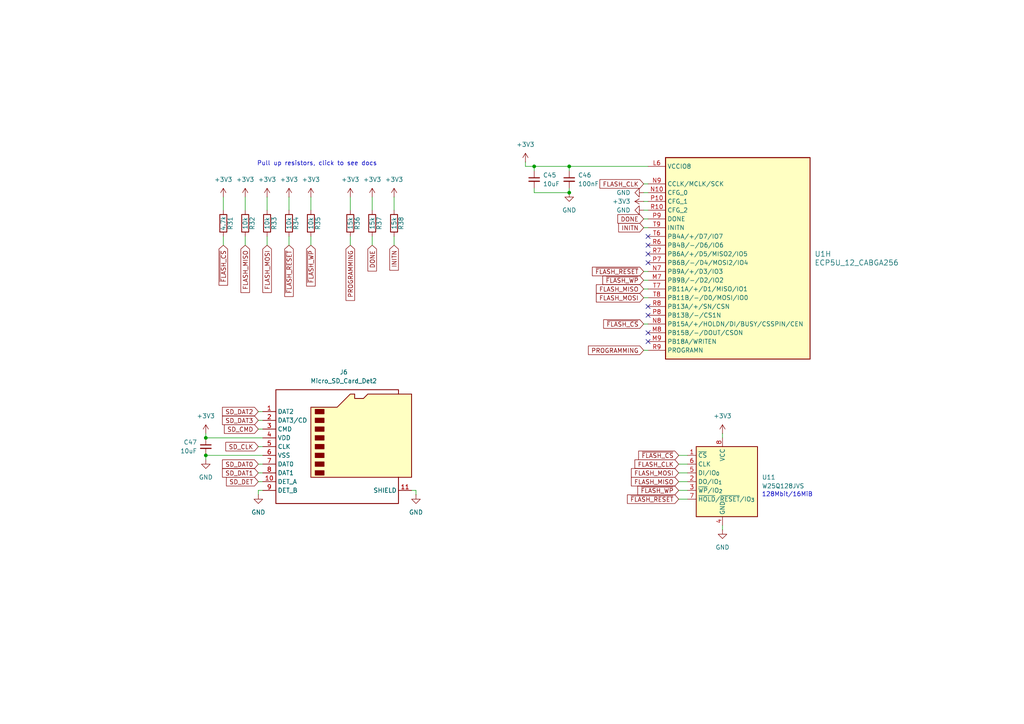
<source format=kicad_sch>
(kicad_sch (version 20250114) (generator "eeschema") (generator_version "9.0")
  (paper "A4")
  (title_block (title "Icepi zero") (date "2025-05-12") (rev "v1") (company "Chengyin Yao (cheyao)") (comment 1 "https://github.com/cheyao/icepi-zero"))
  (lib_symbols
    (symbol "Connector:Micro_SD_Card_Det2"
      (property "Reference" "J" (at -16.51 17.78 0))
      (property "Value" "Micro_SD_Card_Det2" (at 16.51 17.78 0))
      (symbol "Micro_SD_Card_Det2_0_1"
        (polyline (pts (xy -8.89 -8.89) (xy -8.89 11.43) (xy -1.27 11.43) (xy 2.54 15.24) (xy 3.81 15.24) (xy 3.81 13.97) (xy 6.35 13.97) (xy 7.62 15.24) (xy 20.32 15.24) (xy 20.32 -8.89) (xy -8.89 -8.89)) (stroke (width 0.254)) (fill (type background)))
        (rectangle (start -7.62 10.795) (end -5.08 9.525) (stroke (width 0.254)) (fill (type outline)))
        (rectangle (start -7.62 8.255) (end -5.08 6.985) (stroke (width 0.254)) (fill (type outline)))
        (rectangle (start -7.62 5.715) (end -5.08 4.445) (stroke (width 0.254)) (fill (type outline)))
        (rectangle (start -7.62 3.175) (end -5.08 1.905) (stroke (width 0.254)) (fill (type outline)))
        (rectangle (start -7.62 0.635) (end -5.08 -0.635) (stroke (width 0.254)) (fill (type outline)))
        (rectangle (start -7.62 -1.905) (end -5.08 -3.175) (stroke (width 0.254)) (fill (type outline)))
        (rectangle (start -7.62 -4.445) (end -5.08 -5.715) (stroke (width 0.254)) (fill (type outline)))
        (rectangle (start -7.62 -6.985) (end -5.08 -8.255) (stroke (width 0.254)) (fill (type outline)))
        (polyline (pts (xy 16.51 15.24) (xy 16.51 16.51) (xy -19.05 16.51) (xy -19.05 -16.51) (xy 16.51 -16.51) (xy 16.51 -8.89)) (stroke (width 0.254)))
      )
      (symbol "Micro_SD_Card_Det2_1_1"
        (pin bidirectional line (at -22.86 10.16 0) (length 3.81) (name "DAT2") (number "1"))
        (pin bidirectional line (at -22.86 7.62 0) (length 3.81) (name "DAT3/CD") (number "2"))
        (pin input line (at -22.86 5.08 0) (length 3.81) (name "CMD") (number "3"))
        (pin power_in line (at -22.86 2.54 0) (length 3.81) (name "VDD") (number "4"))
        (pin input line (at -22.86 0 0) (length 3.81) (name "CLK") (number "5"))
        (pin power_in line (at -22.86 -2.54 0) (length 3.81) (name "VSS") (number "6"))
        (pin bidirectional line (at -22.86 -5.08 0) (length 3.81) (name "DAT0") (number "7"))
        (pin bidirectional line (at -22.86 -7.62 0) (length 3.81) (name "DAT1") (number "8"))
        (pin passive line (at -22.86 -10.16 0) (length 3.81) (name "DET_A") (number "10"))
        (pin passive line (at -22.86 -12.7 0) (length 3.81) (name "DET_B") (number "9"))
        (pin passive line (at 20.32 -12.7 180) (length 3.81) (name "SHIELD") (number "11"))
      )
    )
    (symbol "Device:C_Small" (pin_numbers (hide yes)) (pin_names (offset 0.254) (hide yes))
      (property "Reference" "C" (at 0.254 1.778 0))
      (property "Value" "C_Small" (at 0.254 -2.032 0))
      (symbol "C_Small_0_1"
        (polyline (pts (xy -1.524 0.508) (xy 1.524 0.508)) (stroke (width 0.3048)))
        (polyline (pts (xy -1.524 -0.508) (xy 1.524 -0.508)) (stroke (width 0.3302)))
      )
      (symbol "C_Small_1_1"
        (pin passive line (at 0 2.54 270) (length 2.032) (name "~") (number "1"))
        (pin passive line (at 0 -2.54 90) (length 2.032) (name "~") (number "2"))
      )
    )
    (symbol "Device:R" (pin_numbers (hide yes)) (pin_names (offset 0))
      (property "Reference" "R" (at 2.032 0 90))
      (property "Value" "R" (at 0 0 90))
      (symbol "R_0_1"
        (rectangle (start -1.016 -2.54) (end 1.016 2.54) (stroke (width 0.254)))
      )
      (symbol "R_1_1"
        (pin passive line (at 0 3.81 270) (length 1.27) (name "~") (number "1"))
        (pin passive line (at 0 -3.81 90) (length 1.27) (name "~") (number "2"))
      )
    )
    (symbol "Memory_Flash:W25Q128JVS"
      (property "Reference" "U" (at -6.35 11.43 0))
      (property "Value" "W25Q128JVS" (at 7.62 11.43 0))
      (symbol "W25Q128JVS_0_1"
        (rectangle (start -7.62 10.16) (end 10.16 -10.16) (stroke (width 0.254)) (fill (type background)))
      )
      (symbol "W25Q128JVS_1_1"
        (pin input line (at -10.16 7.62 0) (length 2.54) (name "~{CS}") (number "1"))
        (pin input line (at -10.16 5.08 0) (length 2.54) (name "CLK") (number "6"))
        (pin bidirectional line (at -10.16 2.54 0) (length 2.54) (name "DI/IO_{0}") (number "5"))
        (pin bidirectional line (at -10.16 0 0) (length 2.54) (name "DO/IO_{1}") (number "2"))
        (pin bidirectional line (at -10.16 -2.54 0) (length 2.54) (name "~{WP}/IO_{2}") (number "3"))
        (pin bidirectional line (at -10.16 -5.08 0) (length 2.54) (name "~{HOLD}/~{RESET}/IO_{3}") (number "7"))
        (pin power_in line (at 0 12.7 270) (length 2.54) (name "VCC") (number "8"))
        (pin power_in line (at 0 -12.7 90) (length 2.54) (name "GND") (number "4"))
      )
    )
    (symbol "josh:ECP5U_12_CABGA256"
      (property "Reference" "U" (at -15.24 45.72 0))
      (property "Value" "ECP5U_12_CABGA256" (at 7.62 43.18 0))
      (symbol "ECP5U_12_CABGA256_1_1"
        (rectangle (start -7.62 7.62) (end 6.35 -7.62) (stroke (width 0.001)) (fill (type background)))
        (pin power_in line (at -12.7 5.08 0) (length 5.08) (name "VCC[6]") (number "G6"))
        (pin power_in line (at -12.7 5.08 0) (length 5.08) (name "VCC[6]") (number "G7"))
        (pin power_in line (at -12.7 5.08 0) (length 5.08) (name "VCC[6]") (number "G9"))
        (pin power_in line (at -12.7 5.08 0) (length 5.08) (name "VCC[6]") (number "L10"))
        (pin power_in line (at -12.7 5.08 0) (length 5.08) (name "VCC[6]") (number "L8"))
        (pin power_in line (at -12.7 5.08 0) (length 5.08) (name "VCC[6]") (number "L9"))
        (pin power_in line (at -12.7 2.54 0) (length 5.08) (name "VCCAUX[2]") (number "G11"))
        (pin power_in line (at -12.7 2.54 0) (length 5.08) (name "VCCAUX[2]") (number "L7"))
        (pin power_in line (at -12.7 -5.08 0) (length 5.08) (name "GND[27]") (number "A1"))
        (pin power_in line (at -12.7 -5.08 0) (length 5.08) (name "GND[27]") (number "A16"))
        (pin power_in line (at -12.7 -5.08 0) (length 5.08) (name "GND[27]") (number "D15"))
        (pin power_in line (at -12.7 -5.08 0) (length 5.08) (name "GND[27]") (number "D2"))
        (pin power_in line (at -12.7 -5.08 0) (length 5.08) (name "GND[27]") (number "F8"))
        (pin power_in line (at -12.7 -5.08 0) (length 5.08) (name "GND[27]") (number "F9"))
        (pin power_in line (at -12.7 -5.08 0) (length 5.08) (name "GND[27]") (number "G10"))
        (pin power_in line (at -12.7 -5.08 0) (length 5.08) (name "GND[27]") (number "G8"))
        (pin power_in line (at -12.7 -5.08 0) (length 5.08) (name "GND[27]") (number "H1"))
        (pin power_in line (at -12.7 -5.08 0) (length 5.08) (name "GND[27]") (number "H10"))
        (pin power_in line (at -12.7 -5.08 0) (length 5.08) (name "GND[27]") (number "H16"))
        (pin power_in line (at -12.7 -5.08 0) (length 5.08) (name "GND[27]") (number "H8"))
        (pin power_in line (at -12.7 -5.08 0) (length 5.08) (name "GND[27]") (number "H9"))
        (pin power_in line (at -12.7 -5.08 0) (length 5.08) (name "GND[27]") (number "J10"))
        (pin power_in line (at -12.7 -5.08 0) (length 5.08) (name "GND[27]") (number "J8"))
        (pin power_in line (at -12.7 -5.08 0) (length 5.08) (name "GND[27]") (number "J9"))
        (pin power_in line (at -12.7 -5.08 0) (length 5.08) (name "GND[27]") (number "K10"))
        (pin power_in line (at -12.7 -5.08 0) (length 5.08) (name "GND[27]") (number "K6"))
        (pin power_in line (at -12.7 -5.08 0) (length 5.08) (name "GND[27]") (number "K7"))
        (pin power_in line (at -12.7 -5.08 0) (length 5.08) (name "GND[27]") (number "K8"))
        (pin power_in line (at -12.7 -5.08 0) (length 5.08) (name "GND[27]") (number "K9"))
        (pin power_in line (at -12.7 -5.08 0) (length 5.08) (name "GND[27]") (number "N15"))
        (pin power_in line (at -12.7 -5.08 0) (length 5.08) (name "GND[27]") (number "N2"))
        (pin power_in line (at -12.7 -5.08 0) (length 5.08) (name "GND[27]") (number "T1"))
        (pin power_in line (at -12.7 -5.08 0) (length 5.08) (name "GND[27]") (number "T12"))
        (pin power_in line (at -12.7 -5.08 0) (length 5.08) (name "GND[27]") (number "T16"))
        (pin power_in line (at -12.7 -5.08 0) (length 5.08) (name "GND[27]") (number "T5"))
      )
      (symbol "ECP5U_12_CABGA256_2_1"
        (rectangle (start -16.51 40.64) (end 8.89 -27.94) (stroke (width 0.305)) (fill (type background)))
        (pin power_in line (at -21.59 38.1 0) (length 5.08) (name "VCCIO0[2]") (number "F6"))
        (pin power_in line (at -21.59 38.1 0) (length 5.08) (name "VCCIO0[2]") (number "F7"))
        (pin bidirectional line (at -21.59 33.02 0) (length 5.08) (name "PT4A/+") (number "A2"))
        (pin bidirectional line (at -21.59 30.48 0) (length 5.08) (name "PT4B/-") (number "B3"))
        (pin bidirectional line (at -21.59 27.94 0) (length 5.08) (name "PT6A/+") (number "A3"))
        (pin bidirectional line (at -21.59 25.4 0) (length 5.08) (name "PT6B/-") (number "A4"))
        (pin bidirectional line (at -21.59 22.86 0) (length 5.08) (name "PT9A/+") (number "E4"))
        (pin bidirectional line (at -21.59 20.32 0) (length 5.08) (name "PT9B/-") (number "D4"))
        (pin bidirectional line (at -21.59 17.78 0) (length 5.08) (name "PT11A/+") (number "C4"))
        (pin bidirectional line (at -21.59 15.24 0) (length 5.08) (name "PT11B/-") (number "B4"))
        (pin bidirectional line (at -21.59 12.7 0) (length 5.08) (name "PT13A/+") (number "E5"))
        (pin bidirectional line (at -21.59 10.16 0) (length 5.08) (name "PT13B/-") (number "D5"))
        (pin bidirectional line (at -21.59 7.62 0) (length 5.08) (name "PT15A/+") (number "C5"))
        (pin bidirectional line (at -21.59 5.08 0) (length 5.08) (name "PT15B/-") (number "B5"))
        (pin bidirectional line (at -21.59 2.54 0) (length 5.08) (name "PT18A/+") (number "A5"))
        (pin bidirectional line (at -21.59 0 0) (length 5.08) (name "PT18B/-") (number "A6"))
        (pin bidirectional line (at -21.59 -2.54 0) (length 5.08) (name "PT20A/+") (number "E6"))
        (pin bidirectional line (at -21.59 -5.08 0) (length 5.08) (name "PT20B/-") (number "D6"))
        (pin bidirectional line (at -21.59 -7.62 0) (length 5.08) (name "PT22A/+") (number "C6"))
        (pin bidirectional line (at -21.59 -10.16 0) (length 5.08) (name "PT22B/-") (number "B6"))
        (pin bidirectional line (at -21.59 -12.7 0) (length 5.08) (name "PT24A/+/GR_PCLK0_1") (number "E7"))
        (pin bidirectional line (at -21.59 -15.24 0) (length 5.08) (name "PT24B/-/GR_PCLK0_0") (number "D7"))
        (pin bidirectional line (at -21.59 -17.78 0) (length 5.08) (name "PT27A/+/PCLKT0_1") (number "C7"))
        (pin bidirectional line (at -21.59 -20.32 0) (length 5.08) (name "PT27B/-/PCLKC0_1") (number "B7"))
        (pin bidirectional line (at -21.59 -22.86 0) (length 5.08) (name "PT29A/+/PCLKT0_0") (number "A7"))
        (pin bidirectional line (at -21.59 -25.4 0) (length 5.08) (name "PT29B/-/PCLKC0_0") (number "A8"))
      )
      (symbol "ECP5U_12_CABGA256_3_1"
        (rectangle (start -16.51 40.64) (end 8.89 -48.26) (stroke (width 0.305)) (fill (type background)))
        (pin power_in line (at -21.59 38.1 0) (length 5.08) (name "VCCIO1[2]") (number "F10"))
        (pin power_in line (at -21.59 38.1 0) (length 5.08) (name "VCCIO1[2]") (number "F11"))
        (pin bidirectional line (at -21.59 33.02 0) (length 5.08) (name "PT33A/+/PCLKT1_1") (number "E8"))
        (pin bidirectional line (at -21.59 30.48 0) (length 5.08) (name "PT33B/-/PCLKC1_1") (number "D8"))
        (pin bidirectional line (at -21.59 27.94 0) (length 5.08) (name "PT35A/+/PCLKT1_0") (number "C8"))
        (pin bidirectional line (at -21.59 25.4 0) (length 5.08) (name "PT35B/-/PCLKC1_0") (number "B8"))
        (pin bidirectional line (at -21.59 22.86 0) (length 5.08) (name "PT38A/+/GR_PCLK1_0") (number "B9"))
        (pin bidirectional line (at -21.59 20.32 0) (length 5.08) (name "PT38B/-/GR_PCLK1_1") (number "C9"))
        (pin bidirectional line (at -21.59 17.78 0) (length 5.08) (name "PT40A/+") (number "D9"))
        (pin bidirectional line (at -21.59 15.24 0) (length 5.08) (name "PT40B/-") (number "E9"))
        (pin bidirectional line (at -21.59 12.7 0) (length 5.08) (name "PT42A/+") (number "A9"))
        (pin bidirectional line (at -21.59 10.16 0) (length 5.08) (name "PT42B/-") (number "A10"))
        (pin bidirectional line (at -21.59 7.62 0) (length 5.08) (name "PT44A/+") (number "B10"))
        (pin bidirectional line (at -21.59 5.08 0) (length 5.08) (name "PT44B/-") (number "C10"))
        (pin bidirectional line (at -21.59 2.54 0) (length 5.08) (name "PT47A/+") (number "D10"))
        (pin bidirectional line (at -21.59 0 0) (length 5.08) (name "PT47B/-") (number "E10"))
        (pin bidirectional line (at -21.59 -2.54 0) (length 5.08) (name "PT49A/+") (number "B11"))
        (pin bidirectional line (at -21.59 -5.08 0) (length 5.08) (name "PT49B/-") (number "C11"))
        (pin bidirectional line (at -21.59 -7.62 0) (length 5.08) (name "PT51A/+") (number "D11"))
        (pin bidirectional line (at -21.59 -10.16 0) (length 5.08) (name "PT51B/-") (number "E11"))
        (pin bidirectional line (at -21.59 -12.7 0) (length 5.08) (name "PT53A/+") (number "A11"))
        (pin bidirectional line (at -21.59 -15.24 0) (length 5.08) (name "PT53B/-") (number "A12"))
        (pin bidirectional line (at -21.59 -17.78 0) (length 5.08) (name "PT56A/+") (number "B12"))
        (pin bidirectional line (at -21.59 -20.32 0) (length 5.08) (name "PT56B/-") (number "C12"))
        (pin bidirectional line (at -21.59 -22.86 0) (length 5.08) (name "PT58A/+") (number "D12"))
        (pin bidirectional line (at -21.59 -25.4 0) (length 5.08) (name "PT58B/-") (number "E12"))
        (pin bidirectional line (at -21.59 -27.94 0) (length 5.08) (name "PT60A/+") (number "B13"))
        (pin bidirectional line (at -21.59 -30.48 0) (length 5.08) (name "PT60B/-") (number "C13"))
        (pin bidirectional line (at -21.59 -33.02 0) (length 5.08) (name "PT62A/+") (number "D13"))
        (pin bidirectional line (at -21.59 -35.56 0) (length 5.08) (name "PT62B/-") (number "E13"))
        (pin bidirectional line (at -21.59 -38.1 0) (length 5.08) (name "PT65A/+") (number "A13"))
        (pin bidirectional line (at -21.59 -40.64 0) (length 5.08) (name "PT65B/-") (number "A14"))
        (pin bidirectional line (at -21.59 -43.18 0) (length 5.08) (name "PT67A/+") (number "B14"))
        (pin bidirectional line (at -21.59 -45.72 0) (length 5.08) (name "PT67B/-") (number "A15"))
      )
      (symbol "ECP5U_12_CABGA256_4_1"
        (rectangle (start -16.51 40.64) (end 21.59 -48.26) (stroke (width 0.305)) (fill (type background)))
        (pin power_in line (at -21.59 38.1 0) (length 5.08) (name "VCCIO2[2]") (number "H11"))
        (pin power_in line (at -21.59 38.1 0) (length 5.08) (name "VCCIO2[2]") (number "J11"))
        (pin bidirectional line (at -21.59 33.02 0) (length 5.08) (name "PR2A/+/HS/RDQ8") (number "B16"))
        (pin bidirectional line (at -21.59 30.48 0) (length 5.08) (name "PR2B/-/S0_IN/HS/RDQ8") (number "B15"))
        (pin bidirectional line (at -21.59 27.94 0) (length 5.08) (name "PR2C/+/RDQ8") (number "C14"))
        (pin bidirectional line (at -21.59 25.4 0) (length 5.08) (name "PR2D/-/RDQ8") (number "D14"))
        (pin bidirectional line (at -21.59 22.86 0) (length 5.08) (name "PR5A/+/HS/RDQ8") (number "C16"))
        (pin bidirectional line (at -21.59 20.32 0) (length 5.08) (name "PR5B/-/HS/RDQ8") (number "C15"))
        (pin bidirectional line (at -21.59 17.78 0) (length 5.08) (name "PR5C/+/RDQ8") (number "E14"))
        (pin bidirectional line (at -21.59 15.24 0) (length 5.08) (name "PR5D/-/RDQ8") (number "F14"))
        (pin bidirectional line (at -21.59 12.7 0) (length 5.08) (name "PR8A/+/HS/RDQS8") (number "D16"))
        (pin bidirectional line (at -21.59 10.16 0) (length 5.08) (name "PR8B/-/HS/RDQSN8") (number "E15"))
        (pin bidirectional line (at -21.59 7.62 0) (length 5.08) (name "PR8C/+/RDQ8") (number "F13"))
        (pin bidirectional line (at -21.59 5.08 0) (length 5.08) (name "PR8D/-/RDQ8") (number "F12"))
        (pin bidirectional line (at -21.59 2.54 0) (length 5.08) (name "PR11A/+/HS/RDQ8") (number "G12"))
        (pin bidirectional line (at -21.59 0 0) (length 5.08) (name "PR11B/-/HS/RDQ8") (number "G13"))
        (pin bidirectional line (at -21.59 -2.54 0) (length 5.08) (name "PR11C/+/RDQ8") (number "F15"))
        (pin bidirectional line (at -21.59 -5.08 0) (length 5.08) (name "PR11D/-/RDQ8") (number "E16"))
        (pin bidirectional line (at -21.59 -7.62 0) (length 5.08) (name "PR14A/+/HS/RDQ20") (number "F16"))
        (pin bidirectional line (at -21.59 -10.16 0) (length 5.08) (name "PR14B/-/HS/RDQ20") (number "G15"))
        (pin bidirectional line (at -21.59 -12.7 0) (length 5.08) (name "PR14C/+/VREF1_2/RDQ20") (number "G14"))
        (pin bidirectional line (at -21.59 -15.24 0) (length 5.08) (name "PR14D/-/RDQ20") (number "H14"))
        (pin bidirectional line (at -21.59 -17.78 0) (length 5.08) (name "PR17A/+/HS/RDQ20") (number "H12"))
        (pin bidirectional line (at -21.59 -20.32 0) (length 5.08) (name "PR17B/-/HS/RDQ20") (number "H13"))
        (pin bidirectional line (at -21.59 -22.86 0) (length 5.08) (name "PR17C/+/RDQ20") (number "J13"))
        (pin bidirectional line (at -21.59 -25.4 0) (length 5.08) (name "PR17D/-/RDQ20") (number "J12"))
        (pin bidirectional line (at -21.59 -27.94 0) (length 5.08) (name "PR20A/+/GR_PCLK2_1/HS/RDQS20") (number "G16"))
        (pin bidirectional line (at -21.59 -30.48 0) (length 5.08) (name "PR20B/-/HS/RDQSN20") (number "H15"))
        (pin bidirectional line (at -21.59 -33.02 0) (length 5.08) (name "PR20C/+/GR_PCLK2_0/RDQ20") (number "J14"))
        (pin bidirectional line (at -21.59 -35.56 0) (length 5.08) (name "PR20D/-/RDQ20") (number "K14"))
        (pin bidirectional line (at -21.59 -38.1 0) (length 5.08) (name "PR23A/+/PCLKT2_1/HS/RDQ20") (number "J16"))
        (pin bidirectional line (at -21.59 -40.64 0) (length 5.08) (name "PR23B/-/PCLKC2_1/HS/RDQ20") (number "J15"))
        (pin bidirectional line (at -21.59 -43.18 0) (length 5.08) (name "PR23C/+/PCLKT2_0/RDQ20") (number "K16"))
        (pin bidirectional line (at -21.59 -45.72 0) (length 5.08) (name "PR23D/-/PCLKC2_0/RDQ20") (number "K15"))
      )
      (symbol "ECP5U_12_CABGA256_5_1"
        (rectangle (start -16.51 40.64) (end 19.05 -48.26) (stroke (width 0.305)) (fill (type background)))
        (pin power_in line (at -21.59 38.1 0) (length 5.08) (name "VCCIO3[2]") (number "K11"))
        (pin power_in line (at -21.59 38.1 0) (length 5.08) (name "VCCIO3[2]") (number "L11"))
        (pin bidirectional line (at -21.59 33.02 0) (length 5.08) (name "PR26A/+/PCLKT3_1/HS/RDQ32") (number "L16"))
        (pin bidirectional line (at -21.59 30.48 0) (length 5.08) (name "PR26B/-/PCLKC3_1/HS/RDQ32") (number "L15"))
        (pin bidirectional line (at -21.59 27.94 0) (length 5.08) (name "PR26C/+/PCLKT3_0/RDQ32") (number "M16"))
        (pin bidirectional line (at -21.59 25.4 0) (length 5.08) (name "PR26D/-/PCLKC3_0/RDQ32") (number "M15"))
        (pin bidirectional line (at -21.59 22.86 0) (length 5.08) (name "PR29A/+/GR_PCLK3_0/HS/RDQ32") (number "K13"))
        (pin bidirectional line (at -21.59 20.32 0) (length 5.08) (name "PR29B/-/HS/RDQ32") (number "K12"))
        (pin bidirectional line (at -21.59 17.78 0) (length 5.08) (name "PR29C/+/GR_PCLK3_1/RDQ32") (number "L13"))
        (pin bidirectional line (at -21.59 15.24 0) (length 5.08) (name "PR29D/-/RDQ32") (number "L12"))
        (pin bidirectional line (at -21.59 12.7 0) (length 5.08) (name "PR32A/+/HS/RDQS32") (number "N16"))
        (pin bidirectional line (at -21.59 10.16 0) (length 5.08) (name "PR32B/-/HS/RDQSN32") (number "P15"))
        (pin bidirectional line (at -21.59 7.62 0) (length 5.08) (name "PR32C/+/RDQ32") (number "L14"))
        (pin bidirectional line (at -21.59 5.08 0) (length 5.08) (name "PR32D/-/RDQ32") (number "M14"))
        (pin bidirectional line (at -21.59 2.54 0) (length 5.08) (name "PR35A/+/HS/RDQ32") (number "P16"))
        (pin bidirectional line (at -21.59 0 0) (length 5.08) (name "PR35B/-/VREF1_3/HS/RDQ32") (number "R16"))
        (pin bidirectional line (at -21.59 -2.54 0) (length 5.08) (name "PR35C/+/RDQ32") (number "M13"))
        (pin bidirectional line (at -21.59 -5.08 0) (length 5.08) (name "PR35D/-/RDQ32") (number "N14"))
        (pin bidirectional line (at -21.59 -7.62 0) (length 5.08) (name "PR38A/+/HS/RDQ44") (number "N13"))
        (pin bidirectional line (at -21.59 -10.16 0) (length 5.08) (name "PR38B/-/HS/RDQ44") (number "P14"))
        (pin bidirectional line (at -21.59 -12.7 0) (length 5.08) (name "PR38C/+/RDQ44") (number "R15"))
        (pin bidirectional line (at -21.59 -15.24 0) (length 5.08) (name "PR38D/-/RDQ44") (number "T15"))
        (pin bidirectional line (at -21.59 -17.78 0) (length 5.08) (name "PR41A/+/HS/RDQ44") (number "P13"))
        (pin bidirectional line (at -21.59 -20.32 0) (length 5.08) (name "PR41B/-/HS/RDQ44") (number "R14"))
        (pin bidirectional line (at -21.59 -22.86 0) (length 5.08) (name "PR41C/+/RDQ44") (number "R13"))
        (pin bidirectional line (at -21.59 -25.4 0) (length 5.08) (name "PR41D/-/RDQ44") (number "T14"))
        (pin bidirectional line (at -21.59 -27.94 0) (length 5.08) (name "PR44A/+/HS/RDQS44") (number "R12"))
        (pin bidirectional line (at -21.59 -30.48 0) (length 5.08) (name "PR44B/-/HS/RDQSN44") (number "T13"))
        (pin bidirectional line (at -21.59 -33.02 0) (length 5.08) (name "PR44C/+/RDQ44") (number "M12"))
        (pin bidirectional line (at -21.59 -35.56 0) (length 5.08) (name "PR44D/-/RDQ44") (number "N12"))
        (pin bidirectional line (at -21.59 -38.1 0) (length 5.08) (name "PR47A/+/HS/RDQ44") (number "M11"))
        (pin bidirectional line (at -21.59 -40.64 0) (length 5.08) (name "PR47B/-/HS/RDQ44") (number "N11"))
        (pin bidirectional line (at -21.59 -43.18 0) (length 5.08) (name "PR47C/+/LRC_GPLL0T_IN/RDQ44") (number "P11"))
        (pin bidirectional line (at -21.59 -45.72 0) (length 5.08) (name "PR47D/-/LRC_GPLL0C_IN/RDQ44") (number "P12"))
      )
      (symbol "ECP5U_12_CABGA256_6_1"
        (rectangle (start -16.51 40.64) (end 19.05 -48.26) (stroke (width 0.305)) (fill (type background)))
        (pin power_in line (at -21.59 38.1 0) (length 5.08) (name "VCCIO6[2]") (number "J6"))
        (pin power_in line (at -21.59 38.1 0) (length 5.08) (name "VCCIO6[2]") (number "J7"))
        (pin bidirectional line (at -21.59 33.02 0) (length 5.08) (name "PL26A/+/PCLKT6_1/HS/LDQ32") (number "L1"))
        (pin bidirectional line (at -21.59 30.48 0) (length 5.08) (name "PL26B/-/PCLKC6_1/HS/LDQ32") (number "L2"))
        (pin bidirectional line (at -21.59 27.94 0) (length 5.08) (name "PL26C/+/PCLKT6_0/LDQ32") (number "M1"))
        (pin bidirectional line (at -21.59 25.4 0) (length 5.08) (name "PL26D/-/PCLKC6_0/LDQ32") (number "M2"))
        (pin bidirectional line (at -21.59 22.86 0) (length 5.08) (name "PL29A/+/GR_PCLK6_0/HS/LDQ32") (number "K4"))
        (pin bidirectional line (at -21.59 20.32 0) (length 5.08) (name "PL29B/-/HS/LDQ32") (number "K5"))
        (pin bidirectional line (at -21.59 17.78 0) (length 5.08) (name "PL29C/+/GR_PCLK6_1/LDQ32") (number "L4"))
        (pin bidirectional line (at -21.59 15.24 0) (length 5.08) (name "PL29D/-/LDQ32") (number "L5"))
        (pin bidirectional line (at -21.59 12.7 0) (length 5.08) (name "PL32A/+/HS/LDQS32") (number "N1"))
        (pin bidirectional line (at -21.59 10.16 0) (length 5.08) (name "PL32B/-/HS/LDQSN32") (number "P2"))
        (pin bidirectional line (at -21.59 7.62 0) (length 5.08) (name "PL32C/+/LDQ32") (number "L3"))
        (pin bidirectional line (at -21.59 5.08 0) (length 5.08) (name "PL32D/-/LDQ32") (number "M3"))
        (pin bidirectional line (at -21.59 2.54 0) (length 5.08) (name "PL35A/+/HS/LDQ32") (number "P1"))
        (pin bidirectional line (at -21.59 0 0) (length 5.08) (name "PL35B/-/VREF1_6/HS/LDQ32") (number "R1"))
        (pin bidirectional line (at -21.59 -2.54 0) (length 5.08) (name "PL35C/+/LDQ32") (number "M4"))
        (pin bidirectional line (at -21.59 -5.08 0) (length 5.08) (name "PL35D/-/LDQ32") (number "N3"))
        (pin bidirectional line (at -21.59 -7.62 0) (length 5.08) (name "PL38A/+/HS/LDQ44") (number "N4"))
        (pin bidirectional line (at -21.59 -10.16 0) (length 5.08) (name "PL38B/-/HS/LDQ44") (number "P3"))
        (pin bidirectional line (at -21.59 -12.7 0) (length 5.08) (name "PL38C/+/LDQ44") (number "R2"))
        (pin bidirectional line (at -21.59 -15.24 0) (length 5.08) (name "PL38D/-/LDQ44") (number "T2"))
        (pin bidirectional line (at -21.59 -17.78 0) (length 5.08) (name "PL41A/+/HS/LDQ44") (number "P4"))
        (pin bidirectional line (at -21.59 -20.32 0) (length 5.08) (name "PL41B/-/HS/LDQ44") (number "R3"))
        (pin bidirectional line (at -21.59 -22.86 0) (length 5.08) (name "PL41C/+/LDQ44") (number "R4"))
        (pin bidirectional line (at -21.59 -25.4 0) (length 5.08) (name "PL41D/-/LDQ44") (number "T3"))
        (pin bidirectional line (at -21.59 -27.94 0) (length 5.08) (name "PL44A/+/HS/LDQS44") (number "R5"))
        (pin bidirectional line (at -21.59 -30.48 0) (length 5.08) (name "PL44B/-/HS/LDQSN44") (number "T4"))
        (pin bidirectional line (at -21.59 -33.02 0) (length 5.08) (name "PL44C/+/LDQ44") (number "M5"))
        (pin bidirectional line (at -21.59 -35.56 0) (length 5.08) (name "PL44D/-/LDQ44") (number "N5"))
        (pin bidirectional line (at -21.59 -38.1 0) (length 5.08) (name "PL47A/+/HS/LDQ44") (number "M6"))
        (pin bidirectional line (at -21.59 -40.64 0) (length 5.08) (name "PL47B/-/HS/LDQ44") (number "N6"))
        (pin bidirectional line (at -21.59 -43.18 0) (length 5.08) (name "PL47C/+/LLC_GPLL0T_IN/LDQ44") (number "P6"))
        (pin bidirectional line (at -21.59 -45.72 0) (length 5.08) (name "PL47D/-/LLC_GPLL0C_IN/LDQ44") (number "P5"))
      )
      (symbol "ECP5U_12_CABGA256_7_1"
        (rectangle (start -16.51 40.64) (end 20.32 -46.99) (stroke (width 0.305)) (fill (type background)))
        (pin power_in line (at -21.59 38.1 0) (length 5.08) (name "VCCIO7[2]") (number "H6"))
        (pin power_in line (at -21.59 38.1 0) (length 5.08) (name "VCCIO7[2]") (number "H7"))
        (pin bidirectional line (at -21.59 34.29 0) (length 5.08) (name "PL2A/+/HS/LDQ8") (number "B1"))
        (pin bidirectional line (at -21.59 31.75 0) (length 5.08) (name "PL2B/-/HS/LDQ8") (number "B2"))
        (pin bidirectional line (at -21.59 29.21 0) (length 5.08) (name "PL2C/+/LDQ8") (number "C3"))
        (pin bidirectional line (at -21.59 26.67 0) (length 5.08) (name "PL2D/-/LDQ8") (number "D3"))
        (pin bidirectional line (at -21.59 24.13 0) (length 5.08) (name "PL5A/+/HS/LDQ8") (number "C1"))
        (pin bidirectional line (at -21.59 21.59 0) (length 5.08) (name "PL5B/-/HS/LDQ8") (number "C2"))
        (pin bidirectional line (at -21.59 19.05 0) (length 5.08) (name "PL5C/+/LDQ8") (number "E3"))
        (pin bidirectional line (at -21.59 16.51 0) (length 5.08) (name "PL5D/-/LDQ8") (number "F3"))
        (pin bidirectional line (at -21.59 13.97 0) (length 5.08) (name "PL8A/+/HS/LDQS8") (number "D1"))
        (pin bidirectional line (at -21.59 11.43 0) (length 5.08) (name "PL8B/-/HS/LDQSN8") (number "E2"))
        (pin bidirectional line (at -21.59 8.89 0) (length 5.08) (name "PL8C/+/LDQ8") (number "F4"))
        (pin bidirectional line (at -21.59 6.35 0) (length 5.08) (name "PL8D/-/LDQ8") (number "F5"))
        (pin bidirectional line (at -21.59 3.81 0) (length 5.08) (name "PL11A/+/HS/LDQ8") (number "G5"))
        (pin bidirectional line (at -21.59 1.27 0) (length 5.08) (name "PL11B/-/HS/LDQ8") (number "G4"))
        (pin bidirectional line (at -21.59 -1.27 0) (length 5.08) (name "PL11C/+/LDQ8") (number "F2"))
        (pin bidirectional line (at -21.59 -3.81 0) (length 5.08) (name "PL11D/-/LDQ8") (number "E1"))
        (pin bidirectional line (at -21.59 -6.35 0) (length 5.08) (name "PL14A/+/HS/LDQ20") (number "F1"))
        (pin bidirectional line (at -21.59 -8.89 0) (length 5.08) (name "PL14B/-/HS/LDQ20") (number "G2"))
        (pin bidirectional line (at -21.59 -11.43 0) (length 5.08) (name "PL14C/+/VREF1_7/LDQ20") (number "G3"))
        (pin bidirectional line (at -21.59 -13.97 0) (length 5.08) (name "PL14D/-/LDQ20") (number "H3"))
        (pin bidirectional line (at -21.59 -16.51 0) (length 5.08) (name "PL17A/+/HS/LDQ20") (number "H5"))
        (pin bidirectional line (at -21.59 -19.05 0) (length 5.08) (name "PL17B/-/HS/LDQ20") (number "H4"))
        (pin bidirectional line (at -21.59 -21.59 0) (length 5.08) (name "PL17C/+/LDQ20") (number "J4"))
        (pin bidirectional line (at -21.59 -24.13 0) (length 5.08) (name "PL17D/-/LDQ20") (number "J5"))
        (pin bidirectional line (at -21.59 -26.67 0) (length 5.08) (name "PL20A/+/GR_PCLK7_1/HS/LDQS20") (number "G1"))
        (pin bidirectional line (at -21.59 -29.21 0) (length 5.08) (name "PL20B/-/HS/LDQSN20") (number "H2"))
        (pin bidirectional line (at -21.59 -31.75 0) (length 5.08) (name "PL20C/+/GR_PCLK7_0/LDQ20") (number "J3"))
        (pin bidirectional line (at -21.59 -34.29 0) (length 5.08) (name "PL20D/-/LDQ20") (number "K3"))
        (pin bidirectional line (at -21.59 -36.83 0) (length 5.08) (name "PL23A/+/PCLKT7_1/HS/LDQ20") (number "J1"))
        (pin bidirectional line (at -21.59 -39.37 0) (length 5.08) (name "PL23B/-/PCLKC7_1/HS/LDQ20") (number "J2"))
        (pin bidirectional line (at -21.59 -41.91 0) (length 5.08) (name "PL23C/+/PCLKT7_0/LDQ20") (number "K1"))
        (pin bidirectional line (at -21.59 -44.45 0) (length 5.08) (name "PL23D/-/PCLKC7_0/LDQ20") (number "K2"))
      )
      (symbol "ECP5U_12_CABGA256_8_1"
        (rectangle (start -16.51 40.64) (end 25.4 -17.78) (stroke (width 0.305)) (fill (type background)))
        (pin power_in line (at -21.59 38.1 0) (length 5.08) (name "VCCIO8") (number "L6"))
        (pin bidirectional line (at -21.59 33.02 0) (length 5.08) (name "CCLK/MCLK/SCK") (number "N9"))
        (pin bidirectional line (at -21.59 30.48 0) (length 5.08) (name "CFG_0") (number "N10"))
        (pin bidirectional line (at -21.59 27.94 0) (length 5.08) (name "CFG_1") (number "P10"))
        (pin bidirectional line (at -21.59 25.4 0) (length 5.08) (name "CFG_2") (number "R10"))
        (pin bidirectional line (at -21.59 22.86 0) (length 5.08) (name "DONE") (number "P9"))
        (pin bidirectional line (at -21.59 20.32 0) (length 5.08) (name "INITN") (number "T9"))
        (pin bidirectional line (at -21.59 17.78 0) (length 5.08) (name "PB4A/+/D7/IO7") (number "T6"))
        (pin bidirectional line (at -21.59 15.24 0) (length 5.08) (name "PB4B/-/D6/IO6") (number "R6"))
        (pin bidirectional line (at -21.59 12.7 0) (length 5.08) (name "PB6A/+/D5/MISO2/IO5") (number "R7"))
        (pin bidirectional line (at -21.59 10.16 0) (length 5.08) (name "PB6B/-/D4/MOSI2/IO4") (number "P7"))
        (pin bidirectional line (at -21.59 7.62 0) (length 5.08) (name "PB9A/+/D3/IO3") (number "N7"))
        (pin bidirectional line (at -21.59 5.08 0) (length 5.08) (name "PB9B/-/D2/IO2") (number "M7"))
        (pin bidirectional line (at -21.59 2.54 0) (length 5.08) (name "PB11A/+/D1/MISO/IO1") (number "T7"))
        (pin bidirectional line (at -21.59 0 0) (length 5.08) (name "PB11B/-/D0/MOSI/IO0") (number "T8"))
        (pin bidirectional line (at -21.59 -2.54 0) (length 5.08) (name "PB13A/+/SN/CSN") (number "R8"))
        (pin bidirectional line (at -21.59 -5.08 0) (length 5.08) (name "PB13B/-/CS1N") (number "P8"))
        (pin bidirectional line (at -21.59 -7.62 0) (length 5.08) (name "PB15A/+/HOLDN/DI/BUSY/CSSPIN/CEN") (number "N8"))
        (pin bidirectional line (at -21.59 -10.16 0) (length 5.08) (name "PB15B/-/DOUT/CSON") (number "M8"))
        (pin bidirectional line (at -21.59 -12.7 0) (length 5.08) (name "PB18A/WRITEN") (number "M9"))
        (pin bidirectional line (at -21.59 -15.24 0) (length 5.08) (name "PROGRAMN") (number "R9"))
      )
      (symbol "ECP5U_12_CABGA256_9_1"
        (rectangle (start -2.54 6.35) (end 5.08 -6.35) (stroke (width 0.305)) (fill (type background)))
        (pin bidirectional line (at -7.62 3.81 0) (length 5.08) (name "TCK") (number "T10"))
        (pin bidirectional line (at -7.62 1.27 0) (length 5.08) (name "TDI") (number "R11"))
        (pin bidirectional line (at -7.62 -1.27 0) (length 5.08) (name "TDO") (number "M10"))
        (pin bidirectional line (at -7.62 -3.81 0) (length 5.08) (name "TMS") (number "T11"))
      )
    )
    (symbol "power:+3V3" (power) (pin_numbers (hide yes)) (pin_names (offset 0) (hide yes))
      (property "Value" "+3V3" (at 0 3.556 0))
      (symbol "+3V3_0_1"
        (polyline (pts (xy -0.762 1.27) (xy 0 2.54)))
        (polyline (pts (xy 0 2.54) (xy 0.762 1.27)))
        (polyline (pts (xy 0 0) (xy 0 2.54)))
      )
      (symbol "+3V3_1_1"
        (pin power_in line (at 0 0 90) (length 0) (name "~") (number "1"))
      )
    )
    (symbol "power:GND" (power) (pin_numbers (hide yes)) (pin_names (offset 0) (hide yes))
      (property "Value" "GND" (at 0 -3.81 0))
      (symbol "GND_0_1"
        (polyline (pts (xy 0 0) (xy 0 -1.27) (xy 1.27 -1.27) (xy 0 -2.54) (xy -1.27 -1.27) (xy 0 -1.27)))
      )
      (symbol "GND_1_1"
        (pin power_in line (at 0 0 270) (length 0) (name "~") (number "1"))
      )
    )
  )
  (text "128Mbit/16MiB" (at 228.346 143.51 0) (effects (font (size 1.27 1.27))))
  (text "Pull up resistors, click to see docs" (at 91.948 47.498 0) (effects (font (size 1.27 1.27))))
  (junction (at 59.69 132.08))
  (junction (at 154.94 48.26))
  (junction (at 165.1 48.26))
  (junction (at 59.69 127))
  (junction (at 165.1 55.88))
  (no_connect (at 187.96 91.44))
  (no_connect (at 187.96 68.58))
  (no_connect (at 187.96 71.12))
  (no_connect (at 187.96 76.2))
  (no_connect (at 187.96 73.66))
  (no_connect (at 187.96 99.06))
  (no_connect (at 187.96 96.52))
  (no_connect (at 187.96 88.9))
  (wire (pts (xy 107.95 68.58) (xy 107.95 71.12)))
  (wire (pts (xy 186.69 81.28) (xy 187.96 81.28)))
  (wire (pts (xy 74.93 119.38) (xy 76.2 119.38)))
  (wire (pts (xy 186.69 60.96) (xy 187.96 60.96)))
  (wire (pts (xy 186.69 63.5) (xy 187.96 63.5)))
  (wire (pts (xy 59.69 132.08) (xy 76.2 132.08)))
  (wire (pts (xy 77.47 57.15) (xy 77.47 60.96)))
  (wire (pts (xy 154.94 55.88) (xy 165.1 55.88)))
  (wire (pts (xy 64.77 68.58) (xy 64.77 71.12)))
  (wire (pts (xy 154.94 48.26) (xy 154.94 49.53)))
  (wire (pts (xy 71.12 57.15) (xy 71.12 60.96)))
  (wire (pts (xy 154.94 48.26) (xy 165.1 48.26)))
  (wire (pts (xy 152.4 48.26) (xy 154.94 48.26)))
  (wire (pts (xy 74.93 121.92) (xy 76.2 121.92)))
  (wire (pts (xy 74.93 143.51) (xy 74.93 142.24)))
  (wire (pts (xy 90.17 68.58) (xy 90.17 71.12)))
  (wire (pts (xy 165.1 55.88) (xy 165.1 54.61)))
  (wire (pts (xy 114.3 57.15) (xy 114.3 60.96)))
  (wire (pts (xy 83.82 68.58) (xy 83.82 71.12)))
  (wire (pts (xy 120.65 142.24) (xy 119.38 142.24)))
  (wire (pts (xy 186.69 83.82) (xy 187.96 83.82)))
  (wire (pts (xy 186.69 53.34) (xy 187.96 53.34)))
  (wire (pts (xy 77.47 68.58) (xy 77.47 71.12)))
  (wire (pts (xy 196.85 144.78) (xy 199.39 144.78)))
  (wire (pts (xy 196.85 134.62) (xy 199.39 134.62)))
  (wire (pts (xy 186.69 93.98) (xy 187.96 93.98)))
  (wire (pts (xy 83.82 57.15) (xy 83.82 60.96)))
  (wire (pts (xy 74.93 129.54) (xy 76.2 129.54)))
  (wire (pts (xy 196.85 137.16) (xy 199.39 137.16)))
  (wire (pts (xy 59.69 127) (xy 76.2 127)))
  (wire (pts (xy 186.69 78.74) (xy 187.96 78.74)))
  (wire (pts (xy 186.69 101.6) (xy 187.96 101.6)))
  (wire (pts (xy 154.94 54.61) (xy 154.94 55.88)))
  (wire (pts (xy 196.85 139.7) (xy 199.39 139.7)))
  (wire (pts (xy 107.95 57.15) (xy 107.95 60.96)))
  (wire (pts (xy 165.1 48.26) (xy 187.96 48.26)))
  (wire (pts (xy 165.1 48.26) (xy 165.1 49.53)))
  (wire (pts (xy 196.85 142.24) (xy 199.39 142.24)))
  (wire (pts (xy 90.17 57.15) (xy 90.17 60.96)))
  (wire (pts (xy 74.93 139.7) (xy 76.2 139.7)))
  (wire (pts (xy 209.55 152.4) (xy 209.55 153.67)))
  (wire (pts (xy 59.69 125.73) (xy 59.69 127)))
  (wire (pts (xy 74.93 142.24) (xy 76.2 142.24)))
  (wire (pts (xy 74.93 137.16) (xy 76.2 137.16)))
  (wire (pts (xy 101.6 57.15) (xy 101.6 60.96)))
  (wire (pts (xy 186.69 86.36) (xy 187.96 86.36)))
  (wire (pts (xy 71.12 68.58) (xy 71.12 71.12)))
  (wire (pts (xy 114.3 68.58) (xy 114.3 71.12)))
  (wire (pts (xy 74.93 124.46) (xy 76.2 124.46)))
  (wire (pts (xy 209.55 125.73) (xy 209.55 127)))
  (wire (pts (xy 64.77 57.15) (xy 64.77 60.96)))
  (wire (pts (xy 186.69 66.04) (xy 187.96 66.04)))
  (wire (pts (xy 186.69 58.42) (xy 187.96 58.42)))
  (wire (pts (xy 196.85 132.08) (xy 199.39 132.08)))
  (wire (pts (xy 152.4 46.99) (xy 152.4 48.26)))
  (wire (pts (xy 186.69 55.88) (xy 187.96 55.88)))
  (wire (pts (xy 74.93 134.62) (xy 76.2 134.62)))
  (wire (pts (xy 59.69 133.35) (xy 59.69 132.08)))
  (wire (pts (xy 120.65 143.51) (xy 120.65 142.24)))
  (wire (pts (xy 101.6 68.58) (xy 101.6 71.12)))
  (global_label "FLASH_CLK" (shape input) (at 196.85 134.62 180) (property "Intersheetrefs" "${INTERSHEET_REFS}" (effects (hide yes))))
  (global_label "~{FLASH_CS}" (shape input) (at 196.85 132.08 180) (property "Intersheetrefs" "${INTERSHEET_REFS}" (effects (hide yes))))
  (global_label "SD_CLK" (shape input) (at 74.93 129.54 180) (property "Intersheetrefs" "${INTERSHEET_REFS}" (effects (hide yes))))
  (global_label "SD_DAT2" (shape input) (at 74.93 119.38 180) (property "Intersheetrefs" "${INTERSHEET_REFS}" (effects (hide yes))))
  (global_label "FLASH_MOSI" (shape input) (at 186.69 86.36 180) (property "Intersheetrefs" "${INTERSHEET_REFS}" (effects (hide yes))))
  (global_label "PROGRAMMING" (shape input) (at 186.69 101.6 180) (property "Intersheetrefs" "${INTERSHEET_REFS}" (effects (hide yes))))
  (global_label "INITN" (shape input) (at 114.3 71.12 270) (property "Intersheetrefs" "${INTERSHEET_REFS}" (effects (hide yes))))
  (global_label "SD_DAT0" (shape input) (at 74.93 134.62 180) (property "Intersheetrefs" "${INTERSHEET_REFS}" (effects (hide yes))))
  (global_label "~{FLASH_CS}" (shape input) (at 186.69 93.98 180) (property "Intersheetrefs" "${INTERSHEET_REFS}" (effects (hide yes))))
  (global_label "SD_DAT1" (shape input) (at 74.93 137.16 180) (property "Intersheetrefs" "${INTERSHEET_REFS}" (effects (hide yes))))
  (global_label "~{FLASH_RESET}" (shape input) (at 186.69 78.74 180) (property "Intersheetrefs" "${INTERSHEET_REFS}" (effects (hide yes))))
  (global_label "INITN" (shape input) (at 186.69 66.04 180) (property "Intersheetrefs" "${INTERSHEET_REFS}" (effects (hide yes))))
  (global_label "PROGRAMMING" (shape input) (at 101.6 71.12 270) (property "Intersheetrefs" "${INTERSHEET_REFS}" (effects (hide yes))))
  (global_label "DONE" (shape input) (at 186.69 63.5 180) (property "Intersheetrefs" "${INTERSHEET_REFS}" (effects (hide yes))))
  (global_label "DONE" (shape input) (at 107.95 71.12 270) (property "Intersheetrefs" "${INTERSHEET_REFS}" (effects (hide yes))))
  (global_label "FLASH_MOSI" (shape input) (at 196.85 137.16 180) (property "Intersheetrefs" "${INTERSHEET_REFS}" (effects (hide yes))))
  (global_label "~{FLASH_RESET}" (shape input) (at 196.85 144.78 180) (property "Intersheetrefs" "${INTERSHEET_REFS}" (effects (hide yes))))
  (global_label "SD_DAT3" (shape input) (at 74.93 121.92 180) (property "Intersheetrefs" "${INTERSHEET_REFS}" (effects (hide yes))))
  (global_label "SD_DET" (shape input) (at 74.93 139.7 180) (property "Intersheetrefs" "${INTERSHEET_REFS}" (effects (hide yes))))
  (global_label "FLASH_MISO" (shape input) (at 186.69 83.82 180) (property "Intersheetrefs" "${INTERSHEET_REFS}" (effects (hide yes))))
  (global_label "FLASH_MOSI" (shape input) (at 77.47 71.12 270) (property "Intersheetrefs" "${INTERSHEET_REFS}" (effects (hide yes))))
  (global_label "~{FLASH_WP}" (shape input) (at 90.17 71.12 270) (property "Intersheetrefs" "${INTERSHEET_REFS}" (effects (hide yes))))
  (global_label "FLASH_MISO" (shape input) (at 71.12 71.12 270) (property "Intersheetrefs" "${INTERSHEET_REFS}" (effects (hide yes))))
  (global_label "~{FLASH_WP}" (shape input) (at 196.85 142.24 180) (property "Intersheetrefs" "${INTERSHEET_REFS}" (effects (hide yes))))
  (global_label "FLASH_MISO" (shape input) (at 196.85 139.7 180) (property "Intersheetrefs" "${INTERSHEET_REFS}" (effects (hide yes))))
  (global_label "~{FLASH_RESET}" (shape input) (at 83.82 71.12 270) (property "Intersheetrefs" "${INTERSHEET_REFS}" (effects (hide yes))))
  (global_label "SD_CMD" (shape input) (at 74.93 124.46 180) (property "Intersheetrefs" "${INTERSHEET_REFS}" (effects (hide yes))))
  (global_label "~{FLASH_WP}" (shape input) (at 186.69 81.28 180) (property "Intersheetrefs" "${INTERSHEET_REFS}" (effects (hide yes))))
  (global_label "~{FLASH_CS}" (shape input) (at 64.77 71.12 270) (property "Intersheetrefs" "${INTERSHEET_REFS}" (effects (hide yes))))
  (global_label "FLASH_CLK" (shape input) (at 186.69 53.34 180) (property "Intersheetrefs" "${INTERSHEET_REFS}" (effects (hide yes))))
  (symbol (lib_id "Device:C_Small") (at 165.1 52.07 0) (unit 1)
    (property "Reference" "C46" (at 167.64 50.8062 0) (effects (justify left)))
    (property "Value" "100nF" (at 167.64 53.3462 0) (effects (justify left)))
    (property "Footprint" "Capacitor_SMD:C_0402_1005Metric" (effects (hide yes)))
    (property "Description" "Unpolarized capacitor, small symbol" (effects (hide yes)))
    (property "LCSC Part #" "C307331 " (effects (hide yes)))
  )
  (symbol (lib_id "power:+3V3") (at 71.12 57.15 0) (unit 1)
    (property "Reference" "#PWR078" (effects (hide yes)))
    (property "Value" "+3V3" (at 71.12 52.07 0))
    (property "Description" "Power symbol creates a global label with name \"+3V3\"" (effects (hide yes)))
  )
  (symbol (lib_id "Memory_Flash:W25Q128JVS") (at 209.55 139.7 0) (unit 1)
    (property "Reference" "U11" (at 220.98 138.4299 0) (effects (justify left)))
    (property "Value" "W25Q128JVS" (at 220.98 140.9699 0) (effects (justify left)))
    (property "Footprint" "Package_SO:SOIC-8_5.3x5.3mm_P1.27mm" (effects (hide yes)))
    (property "Datasheet" "https://www.winbond.com/resource-files/w25q128jv_dtr%20revc%2003272018%20plus.pdf" (effects (hide yes)))
    (property "Description" "128Mbit / 16MiB Serial Flash Memory, Standard/Dual/Quad SPI, 2.7-3.6V, SOIC-8" (effects (hide yes)))
    (property "LCSC Part #" "C97521" (effects (hide yes)))
  )
  (symbol (lib_id "power:GND") (at 165.1 55.88 0) (unit 1)
    (property "Reference" "#PWR075" (effects (hide yes)))
    (property "Value" "GND" (at 165.1 60.96 0))
    (property "Description" "Power symbol creates a global label with name \"GND\" , ground" (effects (hide yes)))
  )
  (symbol (lib_id "power:+3V3") (at 114.3 57.15 0) (unit 1)
    (property "Reference" "#PWR084" (effects (hide yes)))
    (property "Value" "+3V3" (at 114.3 52.07 0))
    (property "Description" "Power symbol creates a global label with name \"+3V3\"" (effects (hide yes)))
  )
  (symbol (lib_id "power:GND") (at 186.69 55.88 270) (unit 1)
    (property "Reference" "#PWR076" (effects (hide yes)))
    (property "Value" "GND" (at 182.88 55.8799 90) (effects (justify right)))
    (property "Description" "Power symbol creates a global label with name \"GND\" , ground" (effects (hide yes)))
  )
  (symbol (lib_id "power:GND") (at 59.69 133.35 0) (unit 1)
    (property "Reference" "#PWR089" (effects (hide yes)))
    (property "Value" "GND" (at 59.69 138.43 0))
    (property "Description" "Power symbol creates a global label with name \"GND\" , ground" (effects (hide yes)))
  )
  (symbol (lib_id "Device:C_Small") (at 154.94 52.07 0) (unit 1)
    (property "Reference" "C45" (at 157.48 50.8062 0) (effects (justify left)))
    (property "Value" "10uF" (at 157.48 53.3462 0) (effects (justify left)))
    (property "Footprint" "Capacitor_SMD:C_0603_1608Metric" (effects (hide yes)))
    (property "Description" "Unpolarized capacitor, small symbol" (effects (hide yes)))
    (property "LCSC Part #" "C19702" (effects (hide yes)))
  )
  (symbol (lib_id "Device:R") (at 101.6 64.77 0) (unit 1)
    (property "Reference" "R36" (at 103.632 64.77 90))
    (property "Value" "15k" (at 101.6 64.77 90))
    (property "Footprint" "Resistor_SMD:R_0402_1005Metric" (effects (hide yes)))
    (property "LCSC Part #" "C25756 " (effects (hide yes)))
  )
  (symbol (lib_id "power:+3V3") (at 209.55 125.73 0) (unit 1)
    (property "Reference" "#PWR088" (effects (hide yes)))
    (property "Value" "+3V3" (at 209.55 120.65 0))
    (property "Description" "Power symbol creates a global label with name \"+3V3\"" (effects (hide yes)))
  )
  (symbol (lib_id "power:GND") (at 120.65 143.51 0) (unit 1)
    (property "Reference" "#PWR091" (effects (hide yes)))
    (property "Value" "GND" (at 120.65 148.59 0))
    (property "Description" "Power symbol creates a global label with name \"GND\" , ground" (effects (hide yes)))
  )
  (symbol (lib_id "power:+3V3") (at 64.77 57.15 0) (unit 1)
    (property "Reference" "#PWR077" (effects (hide yes)))
    (property "Value" "+3V3" (at 64.77 52.07 0))
    (property "Description" "Power symbol creates a global label with name \"+3V3\"" (effects (hide yes)))
  )
  (symbol (lib_id "power:GND") (at 74.93 143.51 0) (mirror y) (unit 1)
    (property "Reference" "#PWR090" (effects (hide yes)))
    (property "Value" "GND" (at 74.93 148.59 0))
    (property "Description" "Power symbol creates a global label with name \"GND\" , ground" (effects (hide yes)))
  )
  (symbol (lib_id "power:+3V3") (at 186.69 58.42 90) (unit 1)
    (property "Reference" "#PWR085" (effects (hide yes)))
    (property "Value" "+3V3" (at 182.88 58.4199 90) (effects (justify left)))
    (property "Description" "Power symbol creates a global label with name \"+3V3\"" (effects (hide yes)))
  )
  (symbol (lib_id "power:+3V3") (at 152.4 46.99 0) (unit 1)
    (property "Reference" "#PWR074" (effects (hide yes)))
    (property "Value" "+3V3" (at 152.4 41.91 0))
    (property "Description" "Power symbol creates a global label with name \"+3V3\"" (effects (hide yes)))
  )
  (symbol (lib_id "Device:R") (at 107.95 64.77 0) (unit 1)
    (property "Reference" "R37" (at 109.982 64.77 90))
    (property "Value" "15k" (at 107.95 64.77 90))
    (property "Footprint" "Resistor_SMD:R_0402_1005Metric" (effects (hide yes)))
    (property "LCSC Part #" "C25756 " (effects (hide yes)))
  )
  (symbol (lib_id "power:GND") (at 209.55 153.67 0) (unit 1)
    (property "Reference" "#PWR092" (effects (hide yes)))
    (property "Value" "GND" (at 209.55 158.75 0))
    (property "Description" "Power symbol creates a global label with name \"GND\" , ground" (effects (hide yes)))
  )
  (symbol (lib_id "josh:ECP5U_12_CABGA256") (at 209.55 86.36 0) (unit 8)
    (property "Reference" "U1" (at 236.22 73.6599 0) (effects (font (size 1.524 1.524)) (justify left)))
    (property "Value" "ECP5U_12_CABGA256" (at 236.22 76.1999 0) (effects (font (size 1.524 1.524)) (justify left)))
    (property "Footprint" "Package_BGA:BGA-256_14.0x14.0mm_Layout16x16_P0.8mm_Ball0.45mm_Pad0.32mm_NSMD" (effects (hide yes)))
    (property "Datasheet" "https://www.lcsc.com/datasheet/lcsc_datasheet_2411220131_Lattice-LFE5U-25F-6BG256C_C1521614.pdf" (effects (hide yes)))
    (property "LCSC Part #" "C1521614" (effects (hide yes)))
  )
  (symbol (lib_id "Device:R") (at 83.82 64.77 0) (unit 1)
    (property "Reference" "R34" (at 85.852 64.77 90))
    (property "Value" "10k" (at 83.82 64.77 90))
    (property "Footprint" "Resistor_SMD:R_0402_1005Metric" (effects (hide yes)))
    (property "LCSC Part #" "C25744" (effects (hide yes)))
  )
  (symbol (lib_id "Device:R") (at 114.3 64.77 0) (unit 1)
    (property "Reference" "R38" (at 116.332 64.77 90))
    (property "Value" "15k" (at 114.3 64.77 90))
    (property "Footprint" "Resistor_SMD:R_0402_1005Metric" (effects (hide yes)))
    (property "LCSC Part #" "C25756 " (effects (hide yes)))
  )
  (symbol (lib_id "Device:R") (at 64.77 64.77 0) (unit 1)
    (property "Reference" "R31" (at 66.802 64.77 90))
    (property "Value" "4.7k" (at 64.77 64.77 90))
    (property "Footprint" "Resistor_SMD:R_0402_1005Metric" (effects (hide yes)))
    (property "LCSC Part #" "C25900 " (effects (hide yes)))
  )
  (symbol (lib_id "power:+3V3") (at 101.6 57.15 0) (unit 1)
    (property "Reference" "#PWR082" (effects (hide yes)))
    (property "Value" "+3V3" (at 101.6 52.07 0))
    (property "Description" "Power symbol creates a global label with name \"+3V3\"" (effects (hide yes)))
  )
  (symbol (lib_id "power:+3V3") (at 59.69 125.73 0) (unit 1)
    (property "Reference" "#PWR087" (effects (hide yes)))
    (property "Value" "+3V3" (at 59.69 120.65 0))
    (property "Description" "Power symbol creates a global label with name \"+3V3\"" (effects (hide yes)))
  )
  (symbol (lib_id "power:+3V3") (at 107.95 57.15 0) (unit 1)
    (property "Reference" "#PWR083" (effects (hide yes)))
    (property "Value" "+3V3" (at 107.95 52.07 0))
    (property "Description" "Power symbol creates a global label with name \"+3V3\"" (effects (hide yes)))
  )
  (symbol (lib_id "Device:C_Small") (at 59.69 129.54 0) (mirror y) (unit 1)
    (property "Reference" "C47" (at 57.15 128.2762 0) (effects (justify left)))
    (property "Value" "10uF" (at 57.15 130.8162 0) (effects (justify left)))
    (property "Footprint" "Capacitor_SMD:C_0603_1608Metric" (effects (hide yes)))
    (property "Description" "Unpolarized capacitor, small symbol" (effects (hide yes)))
    (property "LCSC Part #" "C19702" (effects (hide yes)))
  )
  (symbol (lib_id "Device:R") (at 71.12 64.77 0) (unit 1)
    (property "Reference" "R32" (at 73.152 64.77 90))
    (property "Value" "10k" (at 71.12 64.77 90))
    (property "Footprint" "Resistor_SMD:R_0402_1005Metric" (effects (hide yes)))
    (property "LCSC Part #" "C25744" (effects (hide yes)))
  )
  (symbol (lib_id "Device:R") (at 90.17 64.77 0) (unit 1)
    (property "Reference" "R35" (at 92.202 64.77 90))
    (property "Value" "10k" (at 90.17 64.77 90))
    (property "Footprint" "Resistor_SMD:R_0402_1005Metric" (effects (hide yes)))
    (property "LCSC Part #" "C25744" (effects (hide yes)))
  )
  (symbol (lib_id "power:+3V3") (at 83.82 57.15 0) (unit 1)
    (property "Reference" "#PWR080" (effects (hide yes)))
    (property "Value" "+3V3" (at 83.82 52.07 0))
    (property "Description" "Power symbol creates a global label with name \"+3V3\"" (effects (hide yes)))
  )
  (symbol (lib_id "power:+3V3") (at 77.47 57.15 0) (unit 1)
    (property "Reference" "#PWR079" (effects (hide yes)))
    (property "Value" "+3V3" (at 77.47 52.07 0))
    (property "Description" "Power symbol creates a global label with name \"+3V3\"" (effects (hide yes)))
  )
  (symbol (lib_id "power:+3V3") (at 90.17 57.15 0) (unit 1)
    (property "Reference" "#PWR081" (effects (hide yes)))
    (property "Value" "+3V3" (at 90.17 52.07 0))
    (property "Description" "Power symbol creates a global label with name \"+3V3\"" (effects (hide yes)))
  )
  (symbol (lib_id "Connector:Micro_SD_Card_Det2") (at 99.06 129.54 0) (unit 1)
    (property "Reference" "J6" (at 99.695 107.95 0))
    (property "Value" "Micro_SD_Card_Det2" (at 99.695 110.49 0))
    (property "Footprint" "icepi-lib:microSD_HC_SOFNG_TF-008" (effects (hide yes)))
    (property "Datasheet" "https://www.hirose.com/en/product/document?clcode=&productname=&series=DM3&documenttype=Catalog&lang=en&documentid=D49662_en" (effects (hide yes)))
    (property "Description" "Micro SD Card Socket with two card detection pins" (effects (hide yes)))
    (property "LCSC Part #" "C428465" (effects (hide yes)))
  )
  (symbol (lib_id "Device:R") (at 77.47 64.77 0) (unit 1)
    (property "Reference" "R33" (at 79.502 64.77 90))
    (property "Value" "10k" (at 77.47 64.77 90))
    (property "Footprint" "Resistor_SMD:R_0402_1005Metric" (effects (hide yes)))
    (property "LCSC Part #" "C25744" (effects (hide yes)))
  )
  (symbol (lib_id "power:GND") (at 186.69 60.96 270) (unit 1)
    (property "Reference" "#PWR086" (effects (hide yes)))
    (property "Value" "GND" (at 182.88 60.9599 90) (effects (justify right)))
    (property "Description" "Power symbol creates a global label with name \"GND\" , ground" (effects (hide yes)))
  )
)
</source>
